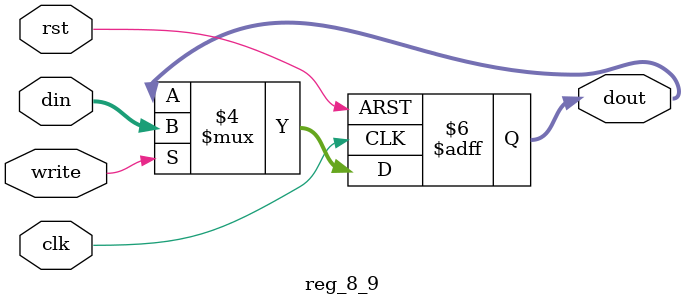
<source format=v>
module reg_8_9(clk,rst,write,din,dout);

output [7:0] dout;
input  clk,rst,write;
input  [7:0] din;

reg [7:0] dout;

always @ (posedge clk or negedge rst)
	begin
		if(!rst)
			dout  <= 8'h31;
		else 
		  if(write)
					 dout<=din;
		  else 
					 dout<=dout;
	end

endmodule
</source>
